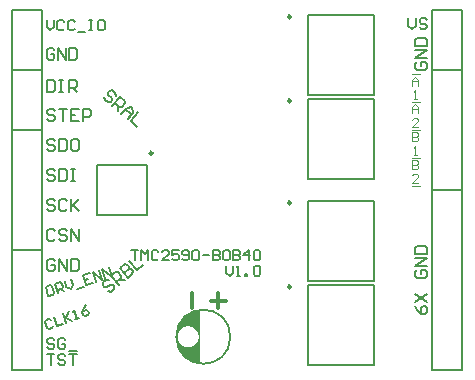
<source format=gto>
G04*
G04 #@! TF.GenerationSoftware,Altium Limited,Altium Designer,18.1.7 (191)*
G04*
G04 Layer_Color=65535*
%FSLAX25Y25*%
%MOIN*%
G70*
G01*
G75*
%ADD10C,0.00551*%
%ADD11C,0.00984*%
%ADD12C,0.00787*%
%ADD13C,0.01181*%
%ADD14C,0.00400*%
%ADD15C,0.00433*%
%ADD16C,0.00700*%
%ADD17C,0.00600*%
%ADD18C,0.00500*%
G36*
X57600Y-44000D02*
X57600Y-52944D01*
X56782Y-52853D01*
X55206Y-52376D01*
X53743Y-51621D01*
X52441Y-50614D01*
X51343Y-49386D01*
X50486Y-47980D01*
X49899Y-46442D01*
X49600Y-44823D01*
X49600Y-44000D01*
X49600Y-44000D01*
X49600Y-43177D01*
X49899Y-41558D01*
X50486Y-40020D01*
X51343Y-38614D01*
X52441Y-37386D01*
X53743Y-36379D01*
X55206Y-35624D01*
X56782Y-35147D01*
X57600Y-35056D01*
X57600Y-35056D01*
X57600Y-44000D01*
X57100D01*
X57083Y-43657D01*
X56949Y-42984D01*
X56687Y-42350D01*
X56305Y-41780D01*
X55820Y-41295D01*
X55250Y-40913D01*
X54616Y-40651D01*
X53943Y-40517D01*
X53600Y-40500D01*
X53257Y-40517D01*
X52584Y-40651D01*
X51950Y-40913D01*
X51380Y-41295D01*
X50894Y-41780D01*
X50513Y-42350D01*
X50251Y-42984D01*
X50117Y-43657D01*
X50100Y-44000D01*
X50117Y-44343D01*
X50251Y-45016D01*
X50513Y-45650D01*
X50894Y-46220D01*
X51380Y-46706D01*
X51950Y-47087D01*
X52584Y-47349D01*
X53257Y-47483D01*
X53600Y-47500D01*
X53943Y-47483D01*
X54616Y-47349D01*
X55250Y-47087D01*
X55820Y-46705D01*
X56305Y-46220D01*
X56687Y-45650D01*
X56949Y-45016D01*
X57083Y-44343D01*
X57100Y-44000D01*
X57100Y-44000D01*
X57600Y-44000D01*
D02*
G37*
D10*
X67614Y-44000D02*
G03*
X67614Y-44000I-9014J0D01*
G01*
D11*
X41639Y17205D02*
G03*
X41639Y17205I-492J0D01*
G01*
X87811Y617D02*
G03*
X87811Y617I-492J0D01*
G01*
Y34617D02*
G03*
X87811Y34617I-492J0D01*
G01*
Y-27384D02*
G03*
X87811Y-27384I-492J0D01*
G01*
Y62616D02*
G03*
X87811Y62616I-492J0D01*
G01*
D12*
X145000Y-55000D02*
Y5000D01*
X135000Y-55000D02*
Y5000D01*
Y-55000D02*
X145000D01*
X135000Y5000D02*
X145000D01*
X-5000Y65000D02*
X5000D01*
X-5000Y45000D02*
Y65000D01*
Y45000D02*
X5000D01*
Y65000D01*
X-5000Y-55000D02*
X5000D01*
X-5000D02*
Y-15000D01*
X5000Y-55000D02*
Y-15000D01*
X-5000D02*
X5000D01*
X23332Y13268D02*
X39868D01*
X23332Y-3268D02*
X39868D01*
Y13268D01*
X23332Y-3268D02*
Y13268D01*
X145000Y5000D02*
Y45000D01*
X135000D02*
X145000D01*
X135000Y5000D02*
X145000D01*
X135000D02*
Y45000D01*
X93362Y-25289D02*
X115410D01*
X93362Y1089D02*
X115410D01*
Y-25289D02*
Y1089D01*
X93362Y-25289D02*
Y1089D01*
Y8711D02*
X115410D01*
X93362Y35089D02*
X115410D01*
Y8711D02*
Y35089D01*
X93362Y8711D02*
Y35089D01*
Y-53289D02*
X115410D01*
X93362Y-26911D02*
X115410D01*
Y-53289D02*
Y-26911D01*
X93362Y-53289D02*
Y-26911D01*
Y36711D02*
X115410D01*
X93362Y63089D02*
X115410D01*
Y36711D02*
Y63089D01*
X93362Y36711D02*
Y63089D01*
X145000Y45000D02*
Y65000D01*
X135000Y45000D02*
X145000D01*
X135000D02*
Y65000D01*
X145000D01*
X5000Y25000D02*
Y45000D01*
X-5000Y25000D02*
X5000D01*
X-5000D02*
Y45000D01*
X5000D01*
X-5000Y25000D02*
X5000D01*
Y-15000D02*
Y25000D01*
X-5000Y-15000D02*
Y25000D01*
Y-15000D02*
X5000D01*
D13*
X61100Y-32000D02*
X66100D01*
X63600Y-34500D02*
Y-29500D01*
X54800Y-34500D02*
Y-29500D01*
D14*
X128200Y6400D02*
X131000D01*
X128200Y15700D02*
X131000D01*
X128200Y43600D02*
X131000D01*
X128200Y34300D02*
X131000D01*
X128200Y25000D02*
X131000D01*
D15*
X128233Y39733D02*
Y41733D01*
X129233Y42733D01*
X130232Y41733D01*
Y39733D01*
Y41233D01*
X128233D01*
X128733Y35095D02*
X129733D01*
X129233D01*
Y38094D01*
X128733Y37595D01*
X128233Y30457D02*
Y32456D01*
X129233Y33456D01*
X130232Y32456D01*
Y30457D01*
Y31957D01*
X128233D01*
X130232Y25819D02*
X128233D01*
X130232Y27818D01*
Y28318D01*
X129733Y28818D01*
X128733D01*
X128233Y28318D01*
Y24180D02*
Y21181D01*
X129733D01*
X130232Y21681D01*
Y22180D01*
X129733Y22680D01*
X128233D01*
X129733D01*
X130232Y23180D01*
Y23680D01*
X129733Y24180D01*
X128233D01*
X128733Y16543D02*
X129733D01*
X129233D01*
Y19542D01*
X128733Y19042D01*
X128233Y14903D02*
Y11904D01*
X129733D01*
X130232Y12404D01*
Y12904D01*
X129733Y13404D01*
X128233D01*
X129733D01*
X130232Y13904D01*
Y14404D01*
X129733Y14903D01*
X128233D01*
X130232Y7266D02*
X128233D01*
X130232Y9266D01*
Y9765D01*
X129733Y10265D01*
X128733D01*
X128233Y9765D01*
D16*
X27200Y-25134D02*
X26261Y-25052D01*
X25240Y-25908D01*
X25158Y-26847D01*
X25587Y-27358D01*
X26525Y-27440D01*
X27546Y-26583D01*
X28485Y-26665D01*
X28914Y-27176D01*
X28832Y-28115D01*
X27810Y-28972D01*
X26872Y-28890D01*
X30363Y-26830D02*
X27793Y-23766D01*
X29324Y-22481D01*
X30263Y-22564D01*
X31120Y-23584D01*
X31038Y-24523D01*
X29506Y-25809D01*
X30527Y-24952D02*
X32405Y-25116D01*
X30856Y-21196D02*
X33426Y-24259D01*
X34958Y-22974D01*
X35040Y-22035D01*
X34612Y-21525D01*
X33673Y-21443D01*
X32141Y-22728D01*
X33673Y-21443D01*
X33755Y-20504D01*
X33327Y-19993D01*
X32388Y-19911D01*
X30856Y-21196D01*
X33919Y-18626D02*
X36490Y-21689D01*
X38532Y-19975D01*
X29384Y36339D02*
X29302Y37278D01*
X28281Y38135D01*
X27342Y38053D01*
X26913Y37542D01*
X26996Y36603D01*
X28017Y35746D01*
X28099Y34808D01*
X27670Y34297D01*
X26732Y34215D01*
X25710Y35072D01*
X25628Y36011D01*
X28263Y32930D02*
X30834Y35993D01*
X32365Y34708D01*
X32447Y33769D01*
X31591Y32748D01*
X30652Y32666D01*
X29120Y33951D01*
X30141Y33094D02*
X30305Y31216D01*
X31326Y30359D02*
X33040Y32401D01*
X34918Y32566D01*
X35082Y30688D01*
X33369Y28646D01*
X34654Y30177D01*
X32612Y31891D01*
X36960Y30852D02*
X34390Y27789D01*
X36432Y26076D01*
X6500Y41699D02*
Y37701D01*
X8499D01*
X9166Y38367D01*
Y41033D01*
X8499Y41699D01*
X6500D01*
X10499D02*
X11832D01*
X11165D01*
Y37701D01*
X10499D01*
X11832D01*
X13831D02*
Y41699D01*
X15830D01*
X16497Y41033D01*
Y39700D01*
X15830Y39034D01*
X13831D01*
X15164D02*
X16497Y37701D01*
X9166Y1333D02*
X8499Y1999D01*
X7166D01*
X6500Y1333D01*
Y667D01*
X7166Y0D01*
X8499D01*
X9166Y-667D01*
Y-1333D01*
X8499Y-1999D01*
X7166D01*
X6500Y-1333D01*
X13164Y1333D02*
X12498Y1999D01*
X11165D01*
X10499Y1333D01*
Y-1333D01*
X11165Y-1999D01*
X12498D01*
X13164Y-1333D01*
X14497Y1999D02*
Y-1999D01*
Y-667D01*
X17163Y1999D01*
X15164Y0D01*
X17163Y-1999D01*
X9166Y21333D02*
X8499Y21999D01*
X7166D01*
X6500Y21333D01*
Y20666D01*
X7166Y20000D01*
X8499D01*
X9166Y19333D01*
Y18667D01*
X8499Y18001D01*
X7166D01*
X6500Y18667D01*
X10499Y21999D02*
Y18001D01*
X12498D01*
X13164Y18667D01*
Y21333D01*
X12498Y21999D01*
X10499D01*
X16497D02*
X15164D01*
X14497Y21333D01*
Y18667D01*
X15164Y18001D01*
X16497D01*
X17163Y18667D01*
Y21333D01*
X16497Y21999D01*
X9166Y-18668D02*
X8499Y-18001D01*
X7166D01*
X6500Y-18668D01*
Y-21334D01*
X7166Y-22000D01*
X8499D01*
X9166Y-21334D01*
Y-20001D01*
X7833D01*
X10499Y-22000D02*
Y-18001D01*
X13164Y-22000D01*
Y-18001D01*
X14497D02*
Y-22000D01*
X16497D01*
X17163Y-21334D01*
Y-18668D01*
X16497Y-18001D01*
X14497D01*
X9166Y31332D02*
X8499Y31999D01*
X7166D01*
X6500Y31332D01*
Y30666D01*
X7166Y29999D01*
X8499D01*
X9166Y29333D01*
Y28666D01*
X8499Y28000D01*
X7166D01*
X6500Y28666D01*
X10499Y31999D02*
X13164D01*
X11832D01*
Y28000D01*
X17163Y31999D02*
X14497D01*
Y28000D01*
X17163D01*
X14497Y29999D02*
X15830D01*
X18496Y28000D02*
Y31999D01*
X20495D01*
X21162Y31332D01*
Y29999D01*
X20495Y29333D01*
X18496D01*
X9166Y11333D02*
X8499Y11999D01*
X7166D01*
X6500Y11333D01*
Y10667D01*
X7166Y10000D01*
X8499D01*
X9166Y9334D01*
Y8667D01*
X8499Y8001D01*
X7166D01*
X6500Y8667D01*
X10499Y11999D02*
Y8001D01*
X12498D01*
X13164Y8667D01*
Y11333D01*
X12498Y11999D01*
X10499D01*
X14497D02*
X15830D01*
X15164D01*
Y8001D01*
X14497D01*
X15830D01*
X9166Y-8667D02*
X8499Y-8001D01*
X7166D01*
X6500Y-8667D01*
Y-11333D01*
X7166Y-11999D01*
X8499D01*
X9166Y-11333D01*
X13164Y-8667D02*
X12498Y-8001D01*
X11165D01*
X10499Y-8667D01*
Y-9334D01*
X11165Y-10000D01*
X12498D01*
X13164Y-10667D01*
Y-11333D01*
X12498Y-11999D01*
X11165D01*
X10499Y-11333D01*
X14497Y-11999D02*
Y-8001D01*
X17163Y-11999D01*
Y-8001D01*
X8993Y51516D02*
X8370Y52139D01*
X7123D01*
X6500Y51516D01*
Y49023D01*
X7123Y48400D01*
X8370D01*
X8993Y49023D01*
Y50270D01*
X7746D01*
X10239Y48400D02*
Y52139D01*
X12732Y48400D01*
Y52139D01*
X13978D02*
Y48400D01*
X15847D01*
X16470Y49023D01*
Y51516D01*
X15847Y52139D01*
X13978D01*
X6500Y61599D02*
Y59266D01*
X7666Y58100D01*
X8833Y59266D01*
Y61599D01*
X12331Y61016D02*
X11748Y61599D01*
X10582D01*
X9999Y61016D01*
Y58683D01*
X10582Y58100D01*
X11748D01*
X12331Y58683D01*
X15830Y61016D02*
X15247Y61599D01*
X14081D01*
X13498Y61016D01*
Y58683D01*
X14081Y58100D01*
X15247D01*
X15830Y58683D01*
X16997Y57517D02*
X19329D01*
X20495Y61599D02*
X21662D01*
X21079D01*
Y58100D01*
X20495D01*
X21662D01*
X25161Y61599D02*
X23994D01*
X23411Y61016D01*
Y58683D01*
X23994Y58100D01*
X25161D01*
X25744Y58683D01*
Y61016D01*
X25161Y61599D01*
X126999Y62199D02*
Y59733D01*
X128232Y58500D01*
X129465Y59733D01*
Y62199D01*
X133163Y61582D02*
X132547Y62199D01*
X131314D01*
X130698Y61582D01*
Y60966D01*
X131314Y60349D01*
X132547D01*
X133163Y59733D01*
Y59117D01*
X132547Y58500D01*
X131314D01*
X130698Y59117D01*
X129101Y-33634D02*
X129768Y-34967D01*
X131101Y-36300D01*
X132433D01*
X133100Y-35634D01*
Y-34301D01*
X132433Y-33634D01*
X131767D01*
X131101Y-34301D01*
Y-36300D01*
X129101Y-32301D02*
X133100Y-29636D01*
X129101D02*
X133100Y-32301D01*
X129768Y-21638D02*
X129101Y-22305D01*
Y-23637D01*
X129768Y-24304D01*
X132433D01*
X133100Y-23637D01*
Y-22305D01*
X132433Y-21638D01*
X131101D01*
Y-22971D01*
X133100Y-20305D02*
X129101D01*
X133100Y-17639D01*
X129101D01*
Y-16307D02*
X133100D01*
Y-14307D01*
X132433Y-13641D01*
X129768D01*
X129101Y-14307D01*
Y-16307D01*
X129768Y47666D02*
X129101Y46999D01*
Y45666D01*
X129768Y45000D01*
X132433D01*
X133100Y45666D01*
Y46999D01*
X132433Y47666D01*
X131101D01*
Y46333D01*
X133100Y48999D02*
X129101D01*
X133100Y51665D01*
X129101D01*
Y52997D02*
X133100D01*
Y54997D01*
X132433Y55663D01*
X129768D01*
X129101Y54997D01*
Y52997D01*
D17*
X8966Y-45019D02*
X8349Y-44403D01*
X7117D01*
X6500Y-45019D01*
Y-45635D01*
X7117Y-46252D01*
X8349D01*
X8966Y-46868D01*
Y-47485D01*
X8349Y-48101D01*
X7117D01*
X6500Y-47485D01*
X12665Y-45019D02*
X12048Y-44403D01*
X10815D01*
X10199Y-45019D01*
Y-47485D01*
X10815Y-48101D01*
X12048D01*
X12665Y-47485D01*
Y-46252D01*
X11432D01*
X13898Y-48718D02*
X16364D01*
X6500Y-49801D02*
X8966D01*
X7733D01*
Y-53500D01*
X12665Y-50418D02*
X12048Y-49801D01*
X10815D01*
X10199Y-50418D01*
Y-51034D01*
X10815Y-51651D01*
X12048D01*
X12665Y-52267D01*
Y-52883D01*
X12048Y-53500D01*
X10815D01*
X10199Y-52883D01*
X13898Y-49801D02*
X16364D01*
X15131D01*
Y-53500D01*
X7826Y-38265D02*
X7122Y-37936D01*
X6088Y-38312D01*
X5760Y-39017D01*
X6512Y-41083D01*
X7217Y-41412D01*
X8250Y-41036D01*
X8579Y-40331D01*
X8672Y-37372D02*
X9800Y-40472D01*
X11867Y-39720D01*
X11772Y-36243D02*
X12900Y-39343D01*
X12524Y-38310D01*
X13838Y-35491D01*
X12853Y-37605D01*
X14967Y-38591D01*
X16000Y-38215D02*
X17033Y-37839D01*
X16517Y-38027D01*
X15388Y-34927D01*
X15060Y-35632D01*
X19522Y-33423D02*
X18676Y-34315D01*
X18019Y-35725D01*
X18395Y-36758D01*
X19100Y-37087D01*
X20133Y-36711D01*
X20462Y-36006D01*
X20274Y-35489D01*
X19569Y-35161D01*
X18019Y-35725D01*
X6036Y-27345D02*
X7000Y-30500D01*
X8577Y-30018D01*
X8942Y-29331D01*
X8299Y-27228D01*
X7613Y-26863D01*
X6036Y-27345D01*
X10155Y-29535D02*
X9190Y-26381D01*
X10768Y-25899D01*
X11454Y-26263D01*
X11776Y-27315D01*
X11411Y-28002D01*
X9833Y-28484D01*
X10885Y-28162D02*
X12258Y-28892D01*
X12345Y-25416D02*
X12988Y-27519D01*
X14361Y-28249D01*
X15091Y-26876D01*
X14448Y-24773D01*
X16625Y-28132D02*
X18728Y-27489D01*
X20758Y-22844D02*
X18655Y-23487D01*
X19619Y-26642D01*
X21722Y-25999D01*
X19137Y-25065D02*
X20188Y-24743D01*
X22774Y-25677D02*
X21809Y-22523D01*
X24877Y-25034D01*
X23913Y-21880D01*
X25929Y-24713D02*
X24964Y-21558D01*
X28032Y-24070D01*
X27067Y-20915D01*
D18*
X34600Y-15137D02*
X36866D01*
X35733D01*
Y-18536D01*
X37999D02*
Y-15137D01*
X39132Y-16270D01*
X40265Y-15137D01*
Y-18536D01*
X43664Y-15704D02*
X43097Y-15137D01*
X41964D01*
X41398Y-15704D01*
Y-17970D01*
X41964Y-18536D01*
X43097D01*
X43664Y-17970D01*
X47063Y-18536D02*
X44797D01*
X47063Y-16270D01*
Y-15704D01*
X46496Y-15137D01*
X45363D01*
X44797Y-15704D01*
X50462Y-15137D02*
X48196D01*
Y-16837D01*
X49329Y-16270D01*
X49895D01*
X50462Y-16837D01*
Y-17970D01*
X49895Y-18536D01*
X48762D01*
X48196Y-17970D01*
X51595D02*
X52161Y-18536D01*
X53294D01*
X53860Y-17970D01*
Y-15704D01*
X53294Y-15137D01*
X52161D01*
X51595Y-15704D01*
Y-16270D01*
X52161Y-16837D01*
X53860D01*
X54993Y-15704D02*
X55560Y-15137D01*
X56693D01*
X57259Y-15704D01*
Y-17970D01*
X56693Y-18536D01*
X55560D01*
X54993Y-17970D01*
Y-15704D01*
X58392Y-16837D02*
X60658D01*
X61791Y-15137D02*
Y-18536D01*
X63491D01*
X64057Y-17970D01*
Y-17403D01*
X63491Y-16837D01*
X61791D01*
X63491D01*
X64057Y-16270D01*
Y-15704D01*
X63491Y-15137D01*
X61791D01*
X66890D02*
X65757D01*
X65190Y-15704D01*
Y-17970D01*
X65757Y-18536D01*
X66890D01*
X67456Y-17970D01*
Y-15704D01*
X66890Y-15137D01*
X68589D02*
Y-18536D01*
X70288D01*
X70855Y-17970D01*
Y-17403D01*
X70288Y-16837D01*
X68589D01*
X70288D01*
X70855Y-16270D01*
Y-15704D01*
X70288Y-15137D01*
X68589D01*
X73687Y-18536D02*
Y-15137D01*
X71988Y-16837D01*
X74254D01*
X75387Y-15704D02*
X75953Y-15137D01*
X77086D01*
X77653Y-15704D01*
Y-17970D01*
X77086Y-18536D01*
X75953D01*
X75387Y-17970D01*
Y-15704D01*
X66323Y-20337D02*
Y-22603D01*
X67456Y-23736D01*
X68589Y-22603D01*
Y-20337D01*
X69722Y-23736D02*
X70855D01*
X70288D01*
Y-20337D01*
X69722Y-20904D01*
X72554Y-23736D02*
Y-23170D01*
X73121D01*
Y-23736D01*
X72554D01*
X75387Y-20904D02*
X75953Y-20337D01*
X77086D01*
X77653Y-20904D01*
Y-23170D01*
X77086Y-23736D01*
X75953D01*
X75387Y-23170D01*
Y-20904D01*
M02*

</source>
